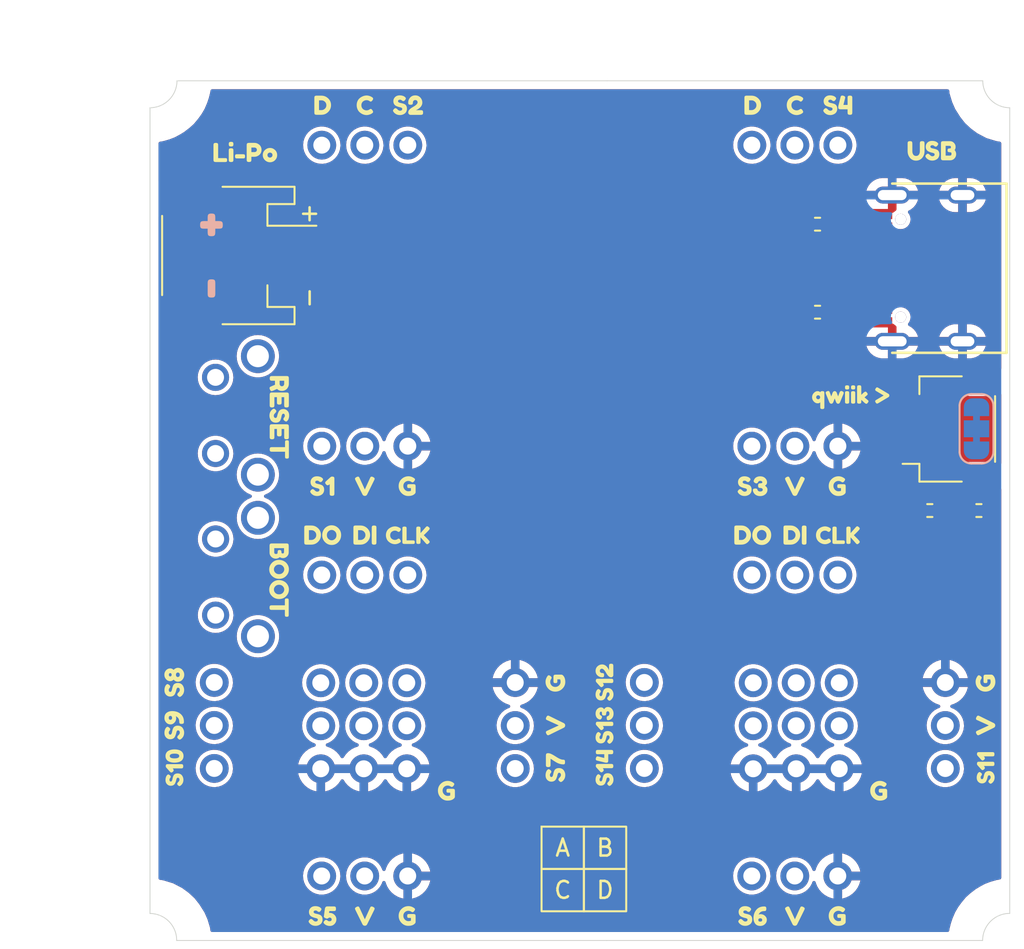
<source format=kicad_pcb>
(kicad_pcb (version 20241229) (generator "pcbnew") (generator_version "9.0")
  (title_block (title "PRODUCT NAME"))
  (layers (0 "F.Cu" signal) (2 "B.Cu" signal) (13 "F.Paste" user) (15 "B.Paste" user) (5 "F.SilkS" user "F.Silkscreen") (7 "B.SilkS" user "B.Silkscreen") (1 "F.Mask" user) (3 "B.Mask" user) (25 "Edge.Cuts" user))
  (net 0 "")
  (net 1 "GND")
  (net 2 "V")
  (net 3 "VBUS")
  (net 5 "S10")
  (net 6 "S8")
  (net 7 "S7")
  (net 8 "3.3V")
  (net 9 "D")
  (net 10 "C")
  (net 11 "S2")
  (net 12 "S1")
  (net 13 "DO")
  (net 14 "DI")
  (net 15 "CLK")
  (net 16 "BATTERY")
  (net 17 "S9")
  (net 21 "S14")
  (net 22 "S13")
  (net 23 "S4")
  (net 24 "S3")
  (net 25 "CS1_S5")
  (net 26 "TX_S12")
  (net 27 "CS2_S6")
  (net 28 "RX_S11")
  (net 29 "Net-(JP2-B)")
  (net 30 "Net-(JP2-A)")
  (net 31 "Net-(P1-VCONN)")
  (net 32 "D+")
  (net 33 "D-")
  (net 34 "Net-(P1-CC)")
  (net 35 "S15")
  (net 36 "S18")
  (net 37 "S16")
  (net 38 "S19")
  (net 39 "S17")
  (net 40 "S20")
  (footprint "Connector_PinHeader_2.54mm:PinHeader_1x03_P2.54mm_Vertical" (layer "F.Cu") (at 91.9142 68.7284)
    (property "Reference" "J19" (hide yes))
    (property "Value" "CENTER (C) (3)")
    (pad "1" thru_hole oval (at 0 0) (size 1.7 1.7) (drill 1) (layers "*.Cu" "*.Mask") (net 39 "S17"))
    (pad "2" thru_hole oval (at 0 2.54) (size 1.7 1.7) (drill 1) (layers "*.Cu" "*.Mask") (net 2 "V"))
    (pad "3" thru_hole oval (at 0 5.08) (size 1.7 1.7) (drill 1) (layers "*.Cu" "*.Mask") (net 1 "GND"))
  )
  (footprint "Resistor_SMD:R_0402_1005Metric" (layer "F.Cu") (at 122.8042 58.5484)
    (property "Reference" "R8" (hide yes))
    (property "Value" "10 kOhm")
    (fp_line (start -0.153641 -0.38) (end 0.153641 -0.38) (stroke (width 0.12)) (layer "F.SilkS"))
    (fp_line (start -0.153641 0.38) (end 0.153641 0.38) (stroke (width 0.12)) (layer "F.SilkS"))
    (pad "1" smd roundrect (at -0.51 0) (size 0.54 0.64) (layers "F.Cu" "F.Mask" "F.Paste") (net 29 "Net-(JP2-B)"))
    (pad "2" smd roundrect (at 0.51 0) (size 0.54 0.64) (layers "F.Cu" "F.Mask" "F.Paste") (net 9 "D"))
  )
  (footprint "Connector_PinSocket_2.54mm:PinSocket_1x03_P2.54mm_Vertical" (layer "F.Cu") (at 86.8942 54.7434 90)
    (property "Reference" "J5" (hide yes))
    (property "Value" "DOWN (A)")
    (pad "1" thru_hole oval (at 0 0 90) (size 1.7 1.7) (drill 1) (layers "*.Cu" "*.Mask") (net 12 "S1"))
    (pad "2" thru_hole oval (at 0 2.54 90) (size 1.7 1.7) (drill 1) (layers "*.Cu" "*.Mask") (net 2 "V"))
    (pad "3" thru_hole oval (at 0 5.08 90) (size 1.7 1.7) (drill 1) (layers "*.Cu" "*.Mask") (net 1 "GND"))
  )
  (footprint "Resistor_SMD:R_0402_1005Metric" (layer "F.Cu") (at 116.1742 46.8284 180)
    (property "Reference" "R4" (hide yes))
    (property "Value" "5.1 kOhm")
    (fp_line (start -0.153641 0.38) (end 0.153641 0.38) (stroke (width 0.12)) (layer "F.SilkS"))
    (fp_line (start -0.153641 -0.38) (end 0.153641 -0.38) (stroke (width 0.12)) (layer "F.SilkS"))
    (pad "1" smd roundrect (at -0.51 0 180) (size 0.54 0.64) (layers "F.Cu" "F.Mask" "F.Paste") (net 34 "Net-(P1-CC)"))
    (pad "2" smd roundrect (at 0.51 0 180) (size 0.54 0.64) (layers "F.Cu" "F.Mask" "F.Paste") (net 1 "GND"))
  )
  (footprint "Connector_PinSocket_2.54mm:PinSocket_1x03_P2.54mm_Vertical" (layer "F.Cu") (at 86.8942 36.9584 90)
    (property "Reference" "J4" (hide yes))
    (property "Value" "UP (A)")
    (pad "1" thru_hole oval (at 0 0 90) (size 1.7 1.7) (drill 1) (layers "*.Cu" "*.Mask") (net 9 "D"))
    (pad "2" thru_hole oval (at 0 2.54 90) (size 1.7 1.7) (drill 1) (layers "*.Cu" "*.Mask") (net 10 "C"))
    (pad "3" thru_hole oval (at 0 5.08 90) (size 1.7 1.7) (drill 1) (layers "*.Cu" "*.Mask") (net 11 "S2"))
  )
  (footprint "Connector_PinHeader_2.54mm:PinHeader_1x03_P2.54mm_Vertical" (layer "F.Cu") (at 86.8342 68.7284)
    (property "Reference" "J15" (hide yes))
    (property "Value" "CENTER (C) (1)")
    (pad "1" thru_hole oval (at 0 0) (size 1.7 1.7) (drill 1) (layers "*.Cu" "*.Mask") (net 35 "S15"))
    (pad "2" thru_hole oval (at 0 2.54) (size 1.7 1.7) (drill 1) (layers "*.Cu" "*.Mask") (net 2 "V"))
    (pad "3" thru_hole oval (at 0 5.08) (size 1.7 1.7) (drill 1) (layers "*.Cu" "*.Mask") (net 1 "GND"))
  )
  (footprint "Connector_PinSocket_2.54mm:PinSocket_1x03_P2.54mm_Vertical" (layer "F.Cu") (at 123.7192 73.7934 180)
    (property "Reference" "J14" (hide yes))
    (property "Value" "UP (A)")
    (pad "1" thru_hole oval (at 0 0 180) (size 1.7 1.7) (drill 1) (layers "*.Cu" "*.Mask") (net 28 "RX_S11"))
    (pad "2" thru_hole oval (at 0 2.54 180) (size 1.7 1.7) (drill 1) (layers "*.Cu" "*.Mask") (net 2 "V"))
    (pad "3" thru_hole oval (at 0 5.08 180) (size 1.7 1.7) (drill 1) (layers "*.Cu" "*.Mask") (net 1 "GND"))
  )
  (footprint "Connector_PinHeader_2.54mm:PinHeader_1x03_P2.54mm_Vertical" (layer "F.Cu") (at 89.3742 68.7284)
    (property "Reference" "J17" (hide yes))
    (property "Value" "CENTER (C) (2)")
    (pad "1" thru_hole oval (at 0 0) (size 1.7 1.7) (drill 1) (layers "*.Cu" "*.Mask") (net 37 "S16"))
    (pad "2" thru_hole oval (at 0 2.54) (size 1.7 1.7) (drill 1) (layers "*.Cu" "*.Mask") (net 2 "V"))
    (pad "3" thru_hole oval (at 0 5.08) (size 1.7 1.7) (drill 1) (layers "*.Cu" "*.Mask") (net 1 "GND"))
  )
  (footprint "Connector_PinSocket_2.54mm:PinSocket_1x03_P2.54mm_Vertical" (layer "F.Cu") (at 80.5442 73.7884 180)
    (property "Reference" "J3" (hide yes))
    (property "Value" "UP (A)")
    (pad "1" thru_hole oval (at 0 0 180) (size 1.7 1.7) (drill 1) (layers "*.Cu" "*.Mask") (net 5 "S10"))
    (pad "2" thru_hole oval (at 0 2.54 180) (size 1.7 1.7) (drill 1) (layers "*.Cu" "*.Mask") (net 17 "S9"))
    (pad "3" thru_hole oval (at 0 5.08 180) (size 1.7 1.7) (drill 1) (layers "*.Cu" "*.Mask") (net 6 "S8"))
  )
  (footprint "Connector_PinSocket_2.54mm:PinSocket_1x03_P2.54mm_Vertical" (layer "F.Cu") (at 112.2942 62.3584 90)
    (property "Reference" "J12" (hide yes))
    (property "Value" "UP (B)")
    (pad "1" thru_hole oval (at 0 0 90) (size 1.7 1.7) (drill 1) (layers "*.Cu" "*.Mask") (net 13 "DO"))
    (pad "2" thru_hole oval (at 0 2.54 90) (size 1.7 1.7) (drill 1) (layers "*.Cu" "*.Mask") (net 14 "DI"))
    (pad "3" thru_hole oval (at 0 5.08 90) (size 1.7 1.7) (drill 1) (layers "*.Cu" "*.Mask") (net 15 "CLK"))
  )
  (footprint "Connector_PinSocket_2.54mm:PinSocket_1x03_P2.54mm_Vertical" (layer "F.Cu") (at 86.8942 62.3584 90)
    (property "Reference" "J6" (hide yes))
    (property "Value" "UP (A)")
    (pad "1" thru_hole oval (at 0 0 90) (size 1.7 1.7) (drill 1) (layers "*.Cu" "*.Mask") (net 13 "DO"))
    (pad "2" thru_hole oval (at 0 2.54 90) (size 1.7 1.7) (drill 1) (layers "*.Cu" "*.Mask") (net 14 "DI"))
    (pad "3" thru_hole oval (at 0 5.08 90) (size 1.7 1.7) (drill 1) (layers "*.Cu" "*.Mask") (net 15 "CLK"))
  )
  (footprint "Resistor_SMD:R_0402_1005Metric" (layer "F.Cu") (at 116.1742 41.6284 180)
    (property "Reference" "R2" (hide yes))
    (property "Value" "5.1 kOhm")
    (fp_line (start -0.153641 0.38) (end 0.153641 0.38) (stroke (width 0.12)) (layer "F.SilkS"))
    (fp_line (start -0.153641 -0.38) (end 0.153641 -0.38) (stroke (width 0.12)) (layer "F.SilkS"))
    (pad "1" smd roundrect (at -0.51 0 180) (size 0.54 0.64) (layers "F.Cu" "F.Mask" "F.Paste") (net 31 "Net-(P1-VCONN)"))
    (pad "2" smd roundrect (at 0.51 0 180) (size 0.54 0.64) (layers "F.Cu" "F.Mask" "F.Paste") (net 1 "GND"))
  )
  (footprint "Connector_PinHeader_2.54mm:PinHeader_1x03_P2.54mm_Vertical" (layer "F.Cu") (at 112.3742 68.7284)
    (property "Reference" "J16" (hide yes))
    (property "Value" "CENTER (D) (1)")
    (pad "1" thru_hole oval (at 0 0) (size 1.7 1.7) (drill 1) (layers "*.Cu" "*.Mask") (net 36 "S18"))
    (pad "2" thru_hole oval (at 0 2.54) (size 1.7 1.7) (drill 1) (layers "*.Cu" "*.Mask") (net 2 "V"))
    (pad "3" thru_hole oval (at 0 5.08) (size 1.7 1.7) (drill 1) (layers "*.Cu" "*.Mask") (net 1 "GND"))
  )
  (footprint "Connector_PinSocket_2.54mm:PinSocket_1x03_P2.54mm_Vertical" (layer "F.Cu") (at 105.9442 73.7884 180)
    (property "Reference" "J9" (hide yes))
    (property "Value" "UP (A)")
    (pad "1" thru_hole oval (at 0 0 180) (size 1.7 1.7) (drill 1) (layers "*.Cu" "*.Mask") (net 21 "S14"))
    (pad "2" thru_hole oval (at 0 2.54 180) (size 1.7 1.7) (drill 1) (layers "*.Cu" "*.Mask") (net 22 "S13"))
    (pad "3" thru_hole oval (at 0 5.08 180) (size 1.7 1.7) (drill 1) (layers "*.Cu" "*.Mask") (net 26 "TX_S12"))
  )
  (footprint "Connector_JST:JST_PH_S2B-PH-SM4-TB_1x02-1MP_P2.00mm_Horizontal" (layer "F.Cu") (at 81.9742 43.4784 -90)
    (property "Reference" "J1" (hide yes))
    (property "Value" "Battery")
    (fp_line (start -2.34 4.51) (end 2.34 4.51) (stroke (width 0.12)) (layer "F.SilkS"))
    (fp_line (start -4.06 0.94) (end -4.06 -3.31) (stroke (width 0.12)) (layer "F.SilkS"))
    (fp_line (start 4.06 0.94) (end 4.06 -3.31) (stroke (width 0.12)) (layer "F.SilkS"))
    (fp_line (start -3.04 -1.71) (end -1.76 -1.71) (stroke (width 0.12)) (layer "F.SilkS"))
    (fp_line (start -1.76 -1.71) (end -1.76 -4.6) (stroke (width 0.12)) (layer "F.SilkS"))
    (fp_line (start 3.04 -1.71) (end 1.76 -1.71) (stroke (width 0.12)) (layer "F.SilkS"))
    (fp_line (start -4.06 -3.31) (end -3.04 -3.31) (stroke (width 0.12)) (layer "F.SilkS"))
    (fp_line (start -3.04 -3.31) (end -3.04 -1.71) (stroke (width 0.12)) (layer "F.SilkS"))
    (fp_line (start 3.04 -3.31) (end 3.04 -1.71) (stroke (width 0.12)) (layer "F.SilkS"))
    (fp_line (start 4.06 -3.31) (end 3.04 -3.31) (stroke (width 0.12)) (layer "F.SilkS"))
    (pad "1" smd roundrect (at -1 -2.85 270) (size 1 3.5) (layers "F.Cu" "F.Mask" "F.Paste") (net 16 "BATTERY"))
    (pad "2" smd roundrect (at 1 -2.85 270) (size 1 3.5) (layers "F.Cu" "F.Mask" "F.Paste") (net 1 "GND"))
    (pad "MP" smd roundrect (at -3.35 2.9 270) (size 1.5 3.4) (layers "F.Cu" "F.Mask" "F.Paste") (roundrect_rratio 0.1666673333))
    (pad "MP" smd roundrect (at 3.35 2.9 270) (size 1.5 3.4) (layers "F.Cu" "F.Mask" "F.Paste") (roundrect_rratio 0.1666673333))
  )
  (footprint "Connector_PinHeader_2.54mm:PinHeader_1x03_P2.54mm_Vertical" (layer "F.Cu") (at 117.4542 68.7284)
    (property "Reference" "J20" (hide yes))
    (property "Value" "CENTER (D) (3)")
    (pad "1" thru_hole oval (at 0 0) (size 1.7 1.7) (drill 1) (layers "*.Cu" "*.Mask") (net 40 "S20"))
    (pad "2" thru_hole oval (at 0 2.54) (size 1.7 1.7) (drill 1) (layers "*.Cu" "*.Mask") (net 2 "V"))
    (pad "3" thru_hole oval (at 0 5.08) (size 1.7 1.7) (drill 1) (layers "*.Cu" "*.Mask") (net 1 "GND"))
  )
  (footprint "qwiic:JST_SH_SM04B-SRSS-TB_1x04-1MP_P1.00mm_Horizontal" (layer "F.Cu") (at 123.9742 53.7284 90)
    (property "Reference" "J2" (hide yes))
    (property "Value" "QWIIC")
    (fp_line (start 3.11 -1.785) (end 2.06 -1.785) (stroke (width 0.12)) (layer "F.SilkS"))
    (fp_line (start -2.06 -1.785) (end -2.06 -2.775) (stroke (width 0.12)) (layer "F.SilkS"))
    (fp_line (start -3.11 -1.785) (end -2.06 -1.785) (stroke (width 0.12)) (layer "F.SilkS"))
    (fp_line (start 3.11 0.715) (end 3.11 -1.785) (stroke (width 0.12)) (layer "F.SilkS"))
    (fp_line (start -3.11 0.715) (end -3.11 -1.785) (stroke (width 0.12)) (layer "F.SilkS"))
    (fp_line (start -1.94 2.685) (end 1.94 2.685) (stroke (width 0.12)) (layer "F.SilkS"))
    (pad "1" smd roundrect (at -1.5 -2 90) (size 0.6 1.55) (layers "F.Cu" "F.Mask" "F.Paste") (net 1 "GND"))
    (pad "2" smd roundrect (at -0.5 -2 90) (size 0.6 1.55) (layers "F.Cu" "F.Mask" "F.Paste") (net 8 "3.3V"))
    (pad "3" smd roundrect (at 0.5 -2 90) (size 0.6 1.55) (layers "F.Cu" "F.Mask" "F.Paste") (net 9 "D"))
    (pad "4" smd roundrect (at 1.5 -2 90) (size 0.6 1.55) (layers "F.Cu" "F.Mask" "F.Paste") (net 10 "C"))
    (pad "MP" smd roundrect (at -2.8 1.875 90) (size 1.2 1.8) (layers "F.Cu" "F.Mask" "F.Paste") (roundrect_rratio 0.2083333333))
    (pad "MP" smd roundrect (at 2.8 1.875 90) (size 1.2 1.8) (layers "F.Cu" "F.Mask" "F.Paste") (roundrect_rratio 0.2083333333))
  )
  (footprint "Resistor_SMD:R_0402_1005Metric" (layer "F.Cu") (at 125.7042 58.5484 180)
    (property "Reference" "R11" (hide yes))
    (property "Value" "10 kOhm")
    (fp_line (start -0.153641 0.38) (end 0.153641 0.38) (stroke (width 0.12)) (layer "F.SilkS"))
    (fp_line (start -0.153641 -0.38) (end 0.153641 -0.38) (stroke (width 0.12)) (layer "F.SilkS"))
    (pad "1" smd roundrect (at -0.51 0 180) (size 0.54 0.64) (layers "F.Cu" "F.Mask" "F.Paste") (net 30 "Net-(JP2-A)"))
    (pad "2" smd roundrect (at 0.51 0 180) (size 0.54 0.64) (layers "F.Cu" "F.Mask" "F.Paste") (net 10 "C"))
  )
  (footprint "TS-1093A-A3B2-D2:KEY-TH_4P-L7.1-W5.0-P4.50-LS2.5" (layer "F.Cu") (at 81.8741 62.4786 -90)
    (property "Reference" "SW2" (hide yes))
    (property "Value" "Reset button")
    (pad "1" thru_hole circle (at -2.250064 1.249936 270) (size 1.6 1.6) (drill 1) (layers "*.Cu" "*.Mask"))
    (pad "2" thru_hole circle (at 2.249809 1.249936 270) (size 1.6 1.6) (drill 1) (layers "*.Cu" "*.Mask"))
    (pad "3" thru_hole circle (at -3.5 -1.249936 270) (size 2 2) (drill 1.300025) (layers "*.Cu" "*.Mask"))
    (pad "4" thru_hole circle (at 3.5 -1.249936 270) (size 2 2) (drill 1.300025) (layers "*.Cu" "*.Mask"))
  )
  (footprint "TS-1093A-A3B2-D2:KEY-TH_4P-L7.1-W5.0-P4.50-LS2.5" (layer "F.Cu") (at 81.8693 52.9284 -90)
    (property "Reference" "SW1" (hide yes))
    (property "Value" "Reset button")
    (pad "1" thru_hole circle (at -2.250064 1.249936 270) (size 1.6 1.6) (drill 1) (layers "*.Cu" "*.Mask"))
    (pad "2" thru_hole circle (at 2.249809 1.249936 270) (size 1.6 1.6) (drill 1) (layers "*.Cu" "*.Mask"))
    (pad "3" thru_hole circle (at -3.5 -1.249936 270) (size 2 2) (drill 1.300025) (layers "*.Cu" "*.Mask"))
    (pad "4" thru_hole circle (at 3.5 -1.249936 270) (size 2 2) (drill 1.300025) (layers "*.Cu" "*.Mask"))
  )
  (footprint "TYPE-C16PIN:TYPE-C16PIN" (layer "F.Cu") (at 120.5842 44.2284 90)
    (property "Reference" "P1" (hide yes))
    (property "Value" "USB-C")
    (fp_line (start -5 0) (end -5 6.75) (stroke (width 0.15)) (layer "F.SilkS"))
    (fp_line (start 5 6.75) (end 5 0) (stroke (width 0.15)) (layer "F.SilkS"))
    (fp_line (start -5 6.75) (end 5 6.75) (stroke (width 0.15)) (layer "F.SilkS"))
    (pad "" thru_hole circle (at -2.89 0.5 90) (size 0.65 0.65) (drill 0.65) (layers "*.Cu" "*.Mask"))
    (pad "" thru_hole circle (at 2.89 0.5 90) (size 0.65 0.65) (drill 0.65) (layers "*.Cu" "*.Mask"))
    (pad "A1" smd rect (at -3.2 -0.825 90) (size 0.6 1.65) (layers "F.Cu" "F.Mask" "F.Paste") (net 1 "GND"))
    (pad "A1" smd rect (at 3.2 -0.825 90) (size 0.6 1.65) (layers "F.Cu" "F.Mask" "F.Paste") (net 1 "GND"))
    (pad "A4" smd rect (at -2.4 -0.825 90) (size 0.6 1.65) (layers "F.Cu" "F.Mask" "F.Paste") (net 3 "VBUS"))
    (pad "A4" smd rect (at 2.4 -0.825 90) (size 0.6 1.65) (layers "F.Cu" "F.Mask" "F.Paste") (net 3 "VBUS"))
    (pad "A5" smd rect (at -1.25 -0.825 90) (size 0.3 1.65) (layers "F.Cu" "F.Mask" "F.Paste") (net 34 "Net-(P1-CC)"))
    (pad "A6" smd rect (at -0.25 -0.825 90) (size 0.3 1.65) (layers "F.Cu" "F.Mask" "F.Paste") (net 32 "D+"))
    (pad "A6" smd rect (at 0.75 -0.825 90) (size 0.3 1.65) (layers "F.Cu" "F.Mask" "F.Paste") (net 32 "D+"))
    (pad "A7" smd rect (at -0.75 -0.825 90) (size 0.3 1.65) (layers "F.Cu" "F.Mask" "F.Paste") (net 33 "D-"))
    (pad "A7" smd rect (at 0.25 -0.825 90) (size 0.3 1.65) (layers "F.Cu" "F.Mask" "F.Paste") (net 33 "D-"))
    (pad "A8" smd rect (at -1.75 -0.825 90) (size 0.3 1.65) (layers "F.Cu" "F.Mask" "F.Paste"))
    (pad "B5" smd rect (at 1.75 -0.825 90) (size 0.3 1.65) (layers "F.Cu" "F.Mask" "F.Paste") (net 31 "Net-(P1-VCONN)"))
    (pad "B8" smd rect (at 1.25 -0.825 90) (size 0.3 1.65) (layers "F.Cu" "F.Mask" "F.Paste"))
    (pad "S1" thru_hole oval (at -4.32 0 90) (size 1 2.1) (drill oval 0.6 1.7) (layers "*.Cu" "*.Mask") (net 1 "GND"))
    (pad "S1" thru_hole oval (at -4.32 4.15 90) (size 1 1.8) (drill oval 0.6 1.4) (layers "*.Cu" "*.Mask") (net 1 "GND"))
    (pad "S1" thru_hole oval (at 4.32 0 90) (size 1 2.1) (drill oval 0.6 1.7) (layers "*.Cu" "*.Mask") (net 1 "GND"))
    (pad "S1" thru_hole oval (at 4.32 4.15 90) (size 1 1.8) (drill oval 0.6 1.4) (layers "*.Cu" "*.Mask") (net 1 "GND"))
  )
  (footprint "Connector_PinSocket_2.54mm:PinSocket_1x03_P2.54mm_Vertical" (layer "F.Cu") (at 112.2942 54.7434 90)
    (property "Reference" "J11" (hide yes))
    (property "Value" "DOWN (B)")
    (pad "1" thru_hole oval (at 0 0 90) (size 1.7 1.7) (drill 1) (layers "*.Cu" "*.Mask") (net 24 "S3"))
    (pad "2" thru_hole oval (at 0 2.54 90) (size 1.7 1.7) (drill 1) (layers "*.Cu" "*.Mask") (net 2 "V"))
    (pad "3" thru_hole oval (at 0 5.08 90) (size 1.7 1.7) (drill 1) (layers "*.Cu" "*.Mask") (net 1 "GND"))
  )
  (footprint "Connector_PinSocket_2.54mm:PinSocket_1x03_P2.54mm_Vertical" (layer "F.Cu") (at 98.3192 73.7934 180)
    (property "Reference" "J8" (hide yes))
    (property "Value" "UP (A)")
    (pad "1" thru_hole oval (at 0 0 180) (size 1.7 1.7) (drill 1) (layers "*.Cu" "*.Mask") (net 7 "S7"))
    (pad "2" thru_hole oval (at 0 2.54 180) (size 1.7 1.7) (drill 1) (layers "*.Cu" "*.Mask") (net 2 "V"))
    (pad "3" thru_hole oval (at 0 5.08 180) (size 1.7 1.7) (drill 1) (layers "*.Cu" "*.Mask") (net 1 "GND"))
  )
  (footprint "Connector_PinHeader_2.54mm:PinHeader_1x03_P2.54mm_Vertical" (layer "F.Cu") (at 114.9142 68.7284)
    (property "Reference" "J18" (hide yes))
    (property "Value" "CENTER (D) (2)")
    (pad "1" thru_hole oval (at 0 0) (size 1.7 1.7) (drill 1) (layers "*.Cu" "*.Mask") (net 38 "S19"))
    (pad "2" thru_hole oval (at 0 2.54) (size 1.7 1.7) (drill 1) (layers "*.Cu" "*.Mask") (net 2 "V"))
    (pad "3" thru_hole oval (at 0 5.08) (size 1.7 1.7) (drill 1) (layers "*.Cu" "*.Mask") (net 1 "GND"))
  )
  (footprint "Connector_PinSocket_2.54mm:PinSocket_1x03_P2.54mm_Vertical" (layer "F.Cu") (at 112.2892 80.1434 90)
    (property "Reference" "J13" (hide yes))
    (property "Value" "DOWN (B)")
    (pad "1" thru_hole oval (at 0 0 90) (size 1.7 1.7) (drill 1) (layers "*.Cu" "*.Mask") (net 27 "CS2_S6"))
    (pad "2" thru_hole oval (at 0 2.54 90) (size 1.7 1.7) (drill 1) (layers "*.Cu" "*.Mask") (net 2 "V"))
    (pad "3" thru_hole oval (at 0 5.08 90) (size 1.7 1.7) (drill 1) (layers "*.Cu" "*.Mask") (net 1 "GND"))
  )
  (footprint "Connector_PinSocket_2.54mm:PinSocket_1x03_P2.54mm_Vertical" (layer "F.Cu") (at 112.2942 36.9584 90)
    (property "Reference" "J10" (hide yes))
    (property "Value" "UP (B)")
    (pad "1" thru_hole oval (at 0 0 90) (size 1.7 1.7) (drill 1) (layers "*.Cu" "*.Mask") (net 9 "D"))
    (pad "2" thru_hole oval (at 0 2.54 90) (size 1.7 1.7) (drill 1) (layers "*.Cu" "*.Mask") (net 10 "C"))
    (pad "3" thru_hole oval (at 0 5.08 90) (size 1.7 1.7) (drill 1) (layers "*.Cu" "*.Mask") (net 23 "S4"))
  )
  (footprint "Connector_PinSocket_2.54mm:PinSocket_1x03_P2.54mm_Vertical" (layer "F.Cu") (at 86.8892 80.1434 90)
    (property "Reference" "J7" (hide yes))
    (property "Value" "DOWN (A)")
    (pad "1" thru_hole oval (at 0 0 90) (size 1.7 1.7) (drill 1) (layers "*.Cu" "*.Mask") (net 25 "CS1_S5"))
    (pad "2" thru_hole oval (at 0 2.54 90) (size 1.7 1.7) (drill 1) (layers "*.Cu" "*.Mask") (net 2 "V"))
    (pad "3" thru_hole oval (at 0 5.08 90) (size 1.7 1.7) (drill 1) (layers "*.Cu" "*.Mask") (net 1 "GND"))
  )
  (footprint "Jumper_Fix:SolderJumper-3_P1.3mm_Bridged12_RoundedPad1.0x1.5mm_копия" (layer "B.Cu") (at 125.5617 53.7184 -90)
    (property "Reference" "JP2" (hide yes))
    (property "Value" "Set I2C Pull-Up")
    (fp_poly (pts (xy 0.38 0.200429) (xy 0.88 0.200429) (xy 0.88 -0.199571) (xy 0.38 -0.199571)) (fill yes) (layer "B.Cu"))
    (fp_poly (pts (xy -0.9 0.2) (xy -0.4 0.2) (xy -0.4 -0.2) (xy -0.9 -0.2)) (fill yes) (layer "B.Cu"))
    (fp_line (start -1.4 1) (end 1.4 1) (stroke (width 0.12)) (layer "B.SilkS"))
    (fp_line (start 2.05 0.3) (end 2.05 -0.3) (stroke (width 0.12)) (layer "B.SilkS"))
    (fp_line (start -2.05 -0.3) (end -2.05 0.3) (stroke (width 0.12)) (layer "B.SilkS"))
    (fp_line (start 1.4 -1) (end -1.4 -1) (stroke (width 0.12)) (layer "B.SilkS"))
    (fp_arc (start -1.35 1) (mid -1.844975 0.794975) (end -2.05 0.3) (stroke (width 0.12)) (layer "B.SilkS"))
    (fp_arc (start 2.05 0.3) (mid 1.844975 0.794975) (end 1.35 1) (stroke (width 0.12)) (layer "B.SilkS"))
    (fp_arc (start -2.05 -0.3) (mid -1.844975 -0.794975) (end -1.35 -1) (stroke (width 0.12)) (layer "B.SilkS"))
    (fp_arc (start 1.35 -1) (mid 1.844975 -0.794975) (end 2.05 -0.3) (stroke (width 0.12)) (layer "B.SilkS"))
    (pad "1" smd custom (at -1.3 0 270) (size 1 0.5) (layers "B.Cu" "B.Mask") (net 30 "Net-(JP2-A)") (options (clearance outline) (anchor rect)) (primitives (gr_circle (center 0 -0.25) (end 0.5 -0.25) (width 0) (fill yes)) (gr_circle (center 0 0.25) (end 0.5 0.25) (width 0) (fill yes)) (gr_poly (pts (xy 0.55 -0.75) (xy 0 -0.75) (xy 0 0.75) (xy 0.55 0.75)) (width 0) (fill yes))))
    (pad "2" smd rect (at 0 0 270) (size 1 1.5) (layers "B.Cu" "B.Mask") (net 8 "3.3V"))
    (pad "3" smd custom (at 1.3 0 270) (size 1 0.5) (layers "B.Cu" "B.Mask") (net 29 "Net-(JP2-B)") (options (clearance outline) (anchor rect)) (primitives (gr_circle (center 0 -0.25) (end 0.5 -0.25) (width 0) (fill yes)) (gr_circle (center 0 0.25) (end 0.5 0.25) (width 0) (fill yes)) (gr_poly (pts (xy 0 -0.75) (xy -0.55 -0.75) (xy -0.55 0.75) (xy 0 0.75)) (width 0) (fill yes))))
  )
  (gr_rect (start 102.3742 79.7284) (end 104.8742 82.2284) (stroke (width 0.12)) (fill no) (layer "F.SilkS"))
  (gr_rect (start 102.3742 77.2284) (end 104.8742 79.7284) (stroke (width 0.12)) (fill no) (layer "F.SilkS"))
  (gr_rect (start 99.8742 79.7284) (end 102.3742 82.2284) (stroke (width 0.12)) (fill no) (layer "F.SilkS"))
  (gr_rect (start 99.8742 77.2284) (end 102.3742 79.7284) (stroke (width 0.12)) (fill no) (layer "F.SilkS"))
  (gr_line (start 127.5242 34.747088) (end 127.5242 82.3534) (stroke (width 0.05)) (layer "Edge.Cuts"))
  (gr_line (start 76.7492 34.747088) (end 76.7492 82.359712) (stroke (width 0.05)) (layer "Edge.Cuts"))
  (gr_line (start 103.7244 83.9536) (end 125.924 83.9536) (stroke (width 0.05)) (layer "Edge.Cuts"))
  (gr_line (start 78.3242 83.9534) (end 103.7244 83.9536) (stroke (width 0.05)) (layer "Edge.Cuts"))
  (gr_arc (start 125.924 83.9536) (mid 126.392688 82.822088) (end 127.5242 82.3534) (stroke (width 0.05)) (layer "Edge.Cuts"))
  (gr_arc (start 78.342888 33.1534) (mid 77.874213 34.278413) (end 76.7492 34.747088) (stroke (width 0.05)) (layer "Edge.Cuts"))
  (gr_arc (start 127.5242 34.747088) (mid 126.399187 34.278413) (end 125.930512 33.1534) (stroke (width 0.05)) (layer "Edge.Cuts"))
  (gr_line (start 78.342888 33.1534) (end 103.7492 33.1534) (stroke (width 0.05)) (layer "Edge.Cuts"))
  (gr_line (start 125.930512 33.1534) (end 103.7492 33.1534) (stroke (width 0.05)) (layer "Edge.Cuts"))
  (gr_arc (start 76.7492 82.359712) (mid 77.867618 82.829535) (end 78.3242 83.9534) (stroke (width 0.05)) (layer "Edge.Cuts"))
  (gr_text "D" (at 86.9342 34.7084 0) (layer "F.SilkS") (effects (font (size 1.1 1.1) (thickness 0.275) (bold yes))))
  (gr_text "V" (at 126.2142 71.2484 90) (layer "F.SilkS") (effects (font (size 1.1 1.1) (thickness 0.275) (bold yes))))
  (gr_text "DO" (at 112.3342 60.1084 0) (layer "F.SilkS") (effects (font (size 1.1 1.1) (thickness 0.275) (bold yes))))
  (gr_text "" (at 79.2742 74.8784 0) (layer "F.SilkS") (effects (font (size 1.27 1.27) (thickness 0.2))))
  (gr_text "D" (at 103.6242 80.9784 0) (layer "F.SilkS") (effects (font (size 1 1))))
  (gr_text "V" (at 100.8142 71.2484 90) (layer "F.SilkS") (effects (font (size 1.1 1.1) (thickness 0.275) (bold yes))))
  (gr_text "S7" (at 100.8042 73.7484 90) (layer "F.SilkS") (effects (font (size 1.1 1.1) (thickness 0.275) (bold yes))))
  (gr_text "G" (at 117.3442 57.2184 0) (layer "F.SilkS") (effects (font (size 1.1 1.1) (thickness 0.275) (bold yes))))
  (gr_text "V" (at 89.4342 57.2284 0) (layer "F.SilkS") (effects (font (size 1.1 1.1) (thickness 0.275) (bold yes))))
  (gr_text "A" (at 101.1242 78.4784 0) (layer "F.SilkS") (effects (font (size 1 1))))
  (gr_text "V" (at 89.4342 82.6284 0) (layer "F.SilkS") (effects (font (size 1.1 1.1) (thickness 0.275) (bold yes))))
  (gr_text "B" (at 103.6242 78.4784 0) (layer "F.SilkS") (effects (font (size 1 1))))
  (gr_text "" (at 69.2742 75.4784 180) (layer "F.SilkS") (effects (font (size 1.27 1.27) (thickness 0.2))))
  (gr_text "S8" (at 78.2942 68.7034 90) (layer "F.SilkS") (effects (font (size 1.1 1.1) (thickness 0.275) (bold yes))))
  (gr_text "G" (at 91.9442 57.2184 0) (layer "F.SilkS") (effects (font (size 1.1 1.1) (thickness 0.275) (bold yes))))
  (gr_text "S1" (at 86.9342 57.2184 0) (layer "F.SilkS") (effects (font (size 1.1 1.1) (thickness 0.275) (bold yes))))
  (gr_text "USB" (at 122.9142 37.3984 0) (layer "F.SilkS") (effects (font (size 1.1 1.1) (thickness 0.275) (bold yes))))
  (gr_text "G" (at 126.2042 68.7384 90) (layer "F.SilkS") (effects (font (size 1.1 1.1) (thickness 0.275) (bold yes))))
  (gr_text "S5" (at 86.9342 82.6184 0) (layer "F.SilkS") (effects (font (size 1.1 1.1) (thickness 0.275) (bold yes))))
  (gr_text "BOOT" (at 84.2642 62.6384 270) (layer "F.SilkS") (effects (font (size 1.1 1.1) (thickness 0.275) (bold yes))))
  (gr_text "G" (at 100.8042 68.7384 90) (layer "F.SilkS") (effects (font (size 1.1 1.1) (thickness 0.275) (bold yes))))
  (gr_text "S14" (at 103.6942 73.7484 90) (layer "F.SilkS") (effects (font (size 1 1) (thickness 0.25) (bold yes))))
  (gr_text "DI" (at 89.4392 60.1084 0) (layer "F.SilkS") (effects (font (size 1.1 1.1) (thickness 0.275) (bold yes))))
  (gr_text "S3" (at 112.3342 57.2184 0) (layer "F.SilkS") (effects (font (size 1.1 1.1) (thickness 0.275) (bold yes))))
  (gr_text "RESET" (at 84.2742 53.0184 270) (layer "F.SilkS") (effects (font (size 1.1 1.1) (thickness 0.275) (bold yes))))
  (gr_text "+" (at 86.1742 40.9384 0) (layer "F.SilkS") (effects (font (size 1 1))))
  (gr_text "S6" (at 112.3342 82.6184 0) (layer "F.SilkS") (effects (font (size 1.1 1.1) (thickness 0.275) (bold yes))))
  (gr_text "DI" (at 114.8392 60.1084 0) (layer "F.SilkS") (effects (font (size 1.1 1.1) (thickness 0.275) (bold yes))))
  (gr_text "DO" (at 86.9342 60.1084 0) (layer "F.SilkS") (effects (font (size 1.1 1.1) (thickness 0.275) (bold yes))))
  (gr_text "S4" (at 117.3792 34.7084 0) (layer "F.SilkS") (effects (font (size 1.1 1.1) (thickness 0.275) (bold yes))))
  (gr_text "C" (at 101.1242 80.9784 0) (layer "F.SilkS") (effects (font (size 1 1))))
  (gr_text "S10" (at 78.2942 73.7484 90) (layer "F.SilkS") (effects (font (size 1 1) (thickness 0.25) (bold yes))))
  (gr_text "V" (at 114.8342 57.2284 0) (layer "F.SilkS") (effects (font (size 1.1 1.1) (thickness 0.275) (bold yes))))
  (gr_text "CLK" (at 117.3792 60.1084 0) (layer "F.SilkS") (effects (font (size 1 1) (thickness 0.25) (bold yes))))
  (gr_text "S11" (at 126.2042 73.7484 90) (layer "F.SilkS") (effects (font (size 1 1) (thickness 0.25) (bold yes))))
  (gr_text "S9" (at 78.2942 71.2434 90) (layer "F.SilkS") (effects (font (size 1.1 1.1) (thickness 0.275) (bold yes))))
  (gr_text "S13" (at 103.6942 71.2434 90) (layer "F.SilkS") (effects (font (size 1 1) (thickness 0.25) (bold yes))))
  (gr_text "S2" (at 91.9792 34.7084 0) (layer "F.SilkS") (effects (font (size 1.1 1.1) (thickness 0.275) (bold yes))))
  (gr_text "C" (at 89.4392 34.7084 0) (layer "F.SilkS") (effects (font (size 1.1 1.1) (thickness 0.275) (bold yes))))
  (gr_text "G" (at 117.3442 82.6184 0) (layer "F.SilkS") (effects (font (size 1.1 1.1) (thickness 0.275) (bold yes))))
  (gr_text "D" (at 112.3342 34.7084 0) (layer "F.SilkS") (effects (font (size 1.1 1.1) (thickness 0.275) (bold yes))))
  (gr_text "-" (at 86.1042 45.9784 90) (layer "F.SilkS") (effects (font (size 1 1))))
  (gr_text "V" (at 114.8342 82.6284 0) (layer "F.SilkS") (effects (font (size 1.1 1.1) (thickness 0.275) (bold yes))))
  (gr_text "qwiik >" (at 118.1242 51.8184 0) (layer "F.SilkS") (effects (font (size 1 1) (thickness 0.125) (bold yes))))
  (gr_text "Li-Po" (at 82.3642 37.4984 0) (layer "F.SilkS") (effects (font (size 1.1 1.1) (thickness 0.275) (bold yes))))
  (gr_text "G" (at 94.2642 75.2184 0) (layer "F.SilkS") (effects (font (size 1.1 1.1) (thickness 0.275) (bold yes))))
  (gr_text "CLK" (at 91.9792 60.1084 0) (layer "F.SilkS") (effects (font (size 1 1) (thickness 0.25) (bold yes))))
  (gr_text "G" (at 91.9442 82.6184 0) (layer "F.SilkS") (effects (font (size 1.1 1.1) (thickness 0.275) (bold yes))))
  (gr_text "C" (at 114.8392 34.7084 0) (layer "F.SilkS") (effects (font (size 1.1 1.1) (thickness 0.275) (bold yes))))
  (gr_text "S12" (at 103.6942 68.7034 90) (layer "F.SilkS") (effects (font (size 1 1) (thickness 0.25) (bold yes))))
  (gr_text "G" (at 119.7942 75.2184 0) (layer "F.SilkS") (effects (font (size 1.1 1.1) (thickness 0.275) (bold yes))))
  (gr_text "+" (at 80.3742 41.6084 0) (layer "B.SilkS") (effects (font (size 2 2) (thickness 0.3) (bold yes))))
  (gr_text "-" (at 80.1642 45.4284 90) (layer "B.SilkS") (effects (font (size 2 2) (thickness 0.3) (bold yes))))
  (zone (net 0) (net_name "") (layer "F.Cu") (connect_pads (clearance 0)) (min_thickness 0.254)
    (keepout (tracks allowed) (vias allowed) (pads allowed) (copperpour not_allowed) (footprints allowed))
    (fill (thermal_gap 0.508) (thermal_bridge_width 0.508))
    (polygon (pts (xy 86.7242 43.8784) (xy 82.9242 43.8784) (xy 82.9242 42.9784) (xy 86.7242 42.9784)))
  )
  (zone (net 0) (net_name "") (layers "F.Cu" "B.Cu") (connect_pads (clearance 0)) (min_thickness 0.254)
    (keepout (tracks not_allowed) (vias not_allowed) (pads allowed) (copperpour not_allowed) (footprints allowed))
    (fill (thermal_gap 0.508) (thermal_bridge_width 0.508))
    (polygon (pts (xy 76.7196 80.2954) (xy 77.0244 80.3208) (xy 77.5324 80.397) (xy 78.1166 80.5748) (xy 78.65 80.8542) (xy 79.031 81.1336) (xy 79.3866 81.4638) (xy 79.666 81.8194) (xy 79.9708 82.302) (xy 80.1486 82.7084) (xy 80.301 83.2164) (xy 80.3518 83.699) (xy 80.3772 83.9784) (xy 76.7196 83.9784)))
  )
  (zone (net 0) (net_name "") (layers "F.Cu" "B.Cu") (connect_pads (clearance 0)) (min_thickness 0.254)
    (keepout (tracks not_allowed) (vias not_allowed) (pads allowed) (copperpour not_allowed) (footprints allowed))
    (fill (thermal_gap 0.508) (thermal_bridge_width 0.508))
    (polygon (pts (xy 127.5492 83.967) (xy 123.8916 83.967) (xy 123.917 83.586) (xy 123.9678 83.2558) (xy 124.044 82.951) (xy 124.1456 82.6462) (xy 124.298 82.2906) (xy 124.4758 81.9858) (xy 124.679 81.7064) (xy 124.933 81.4016) (xy 125.187 81.173) (xy 125.5172 80.919) (xy 125.7712 80.7666) (xy 126.0506 80.6142) (xy 126.3808 80.4872) (xy 126.7364 80.3856) (xy 127.1682 80.3094) (xy 127.5492 80.284)))
  )
  (zone (net 0) (net_name "") (layers "F.Cu" "B.Cu") (connect_pads (clearance 0)) (min_thickness 0.254)
    (keepout (tracks not_allowed) (vias not_allowed) (pads allowed) (copperpour not_allowed) (footprints allowed))
    (fill (thermal_gap 0.508) (thermal_bridge_width 0.508))
    (polygon (pts (xy 76.7242 33.14) (xy 80.3818 33.14) (xy 80.3564 33.521) (xy 80.3056 33.8512) (xy 80.2294 34.156) (xy 80.1278 34.4608) (xy 79.9754 34.8164) (xy 79.7976 35.1212) (xy 79.5944 35.4006) (xy 79.3404 35.7054) (xy 79.0864 35.934) (xy 78.7562 36.188) (xy 78.5022 36.3404) (xy 78.2228 36.4928) (xy 77.8926 36.6198) (xy 77.537 36.7214) (xy 77.1052 36.7976) (xy 76.7242 36.823)))
  )
  (zone (net 0) (net_name "") (layers "F.Cu" "B.Cu") (connect_pads (clearance 0)) (min_thickness 0.254)
    (keepout (tracks not_allowed) (vias not_allowed) (pads allowed) (copperpour not_allowed) (footprints allowed))
    (fill (thermal_gap 0.508) (thermal_bridge_width 0.508))
    (polygon (pts (xy 127.5492 36.823) (xy 127.2444 36.7976) (xy 126.7364 36.7214) (xy 126.1522 36.5436) (xy 125.6188 36.2642) (xy 125.2378 35.9848) (xy 124.8822 35.6546) (xy 124.6028 35.299) (xy 124.298 34.8164) (xy 124.1202 34.41) (xy 123.9678 33.902) (xy 123.917 33.4194) (xy 123.8916 33.14) (xy 127.5492 33.14)))
  )
  (zone (net 1) (net_name "GND") (layers "F.Cu" "B.Cu") (connect_pads (clearance 0)) (min_thickness 0.2) (fill yes (thermal_gap 0.508) (thermal_bridge_width 0.508) (smoothing fillet) (radius 0.5))
    (polygon (pts (xy 128.3742 84.4784) (xy 75.8742 84.4784) (xy 75.8742 32.4784) (xy 128.3742 32.4784)))
  )
)
</source>
